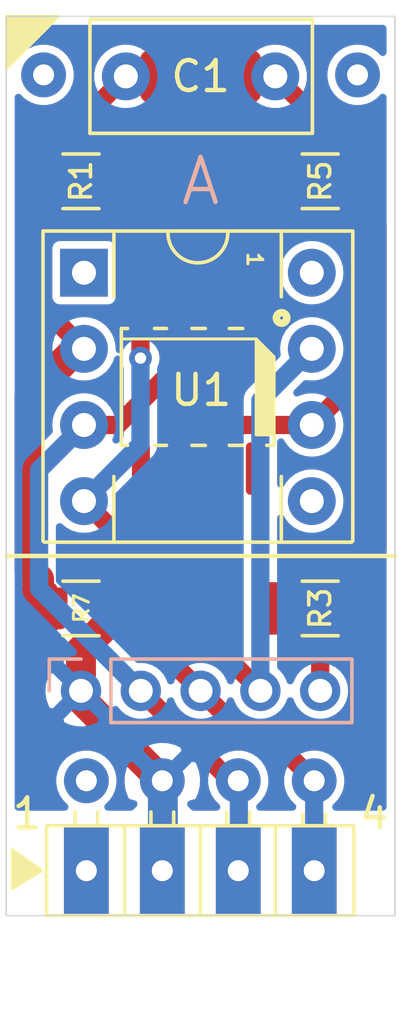
<source format=kicad_pcb>
(kicad_pcb (version 20171130) (host pcbnew "(5.1.2-1)-1")

  (general
    (thickness 0.8)
    (drawings 10)
    (tracks 63)
    (zones 0)
    (modules 10)
    (nets 15)
  )

  (page A4)
  (layers
    (0 F.Cu signal)
    (31 B.Cu signal)
    (32 B.Adhes user hide)
    (33 F.Adhes user hide)
    (36 B.SilkS user)
    (37 F.SilkS user)
    (38 B.Mask user)
    (39 F.Mask user)
    (40 Dwgs.User user)
    (41 Cmts.User user hide)
    (44 Edge.Cuts user)
    (45 Margin user hide)
    (46 B.CrtYd user hide)
    (47 F.CrtYd user)
    (48 B.Fab user hide)
    (49 F.Fab user hide)
  )

  (setup
    (last_trace_width 0.1524)
    (user_trace_width 0.25)
    (user_trace_width 0.28)
    (user_trace_width 0.3)
    (user_trace_width 0.35)
    (user_trace_width 0.4)
    (user_trace_width 0.5)
    (user_trace_width 1)
    (trace_clearance 0.1524)
    (zone_clearance 0.254)
    (zone_45_only no)
    (trace_min 0.1524)
    (via_size 0.508)
    (via_drill 0.254)
    (via_min_size 0.508)
    (via_min_drill 0.254)
    (uvia_size 0.508)
    (uvia_drill 0.254)
    (uvias_allowed no)
    (uvia_min_size 0.2)
    (uvia_min_drill 0.1)
    (edge_width 0.15)
    (segment_width 0.1)
    (pcb_text_width 0.3)
    (pcb_text_size 1.5 1.5)
    (mod_edge_width 0.15)
    (mod_text_size 1 1)
    (mod_text_width 0.15)
    (pad_size 1.5 1.5)
    (pad_drill 0.7)
    (pad_to_mask_clearance 0.051)
    (solder_mask_min_width 0.25)
    (aux_axis_origin 0 0)
    (grid_origin 110 89)
    (visible_elements FFFFFF7F)
    (pcbplotparams
      (layerselection 0x010fc_ffffffff)
      (usegerberextensions false)
      (usegerberattributes false)
      (usegerberadvancedattributes false)
      (creategerberjobfile false)
      (excludeedgelayer true)
      (linewidth 0.100000)
      (plotframeref false)
      (viasonmask false)
      (mode 1)
      (useauxorigin false)
      (hpglpennumber 1)
      (hpglpenspeed 20)
      (hpglpendiameter 15.000000)
      (psnegative false)
      (psa4output false)
      (plotreference true)
      (plotvalue true)
      (plotinvisibletext false)
      (padsonsilk false)
      (subtractmaskfromsilk false)
      (outputformat 1)
      (mirror false)
      (drillshape 1)
      (scaleselection 1)
      (outputdirectory ""))
  )

  (net 0 "")
  (net 1 "Net-(C1-Pad1)")
  (net 2 "Net-(C1-Pad2)")
  (net 3 "Net-(J1-Pad1)")
  (net 4 "Net-(U1-Pad1)")
  (net 5 "Net-(U1-Pad5)")
  (net 6 "Net-(U1-Pad8)")
  (net 7 "Net-(R5-Pad2)")
  (net 8 "Net-(J13-Pad1)")
  (net 9 "Net-(J15-Pad1)")
  (net 10 "Net-(J11-Pad1)")
  (net 11 "Net-(J1-Pad4)")
  (net 12 "Net-(J1-Pad5)")
  (net 13 "Net-(J1-Pad2)")
  (net 14 "Net-(J1-Pad3)")

  (net_class Default "This is the default net class."
    (clearance 0.1524)
    (trace_width 0.1524)
    (via_dia 0.508)
    (via_drill 0.254)
    (uvia_dia 0.508)
    (uvia_drill 0.254)
  )

  (net_class SMD ""
    (clearance 0.1524)
    (trace_width 0.254)
    (via_dia 0.508)
    (via_drill 0.254)
    (uvia_dia 0.508)
    (uvia_drill 0.254)
  )

  (net_class grounds ""
    (clearance 0.254)
    (trace_width 1)
    (via_dia 0.762)
    (via_drill 0.381)
    (uvia_dia 0.762)
    (uvia_drill 0.381)
  )

  (net_class power ""
    (clearance 0.254)
    (trace_width 1)
    (via_dia 0.762)
    (via_drill 0.254)
    (uvia_dia 0.508)
    (uvia_drill 0.254)
  )

  (net_class signal ""
    (clearance 0.2)
    (trace_width 0.6096)
    (via_dia 0.762)
    (via_drill 0.381)
    (uvia_dia 0.762)
    (uvia_drill 0.381)
    (add_net "Net-(C1-Pad1)")
    (add_net "Net-(C1-Pad2)")
    (add_net "Net-(J1-Pad1)")
    (add_net "Net-(J1-Pad2)")
    (add_net "Net-(J1-Pad3)")
    (add_net "Net-(J1-Pad4)")
    (add_net "Net-(J1-Pad5)")
    (add_net "Net-(J11-Pad1)")
    (add_net "Net-(J13-Pad1)")
    (add_net "Net-(J15-Pad1)")
    (add_net "Net-(R5-Pad2)")
    (add_net "Net-(U1-Pad1)")
    (add_net "Net-(U1-Pad5)")
    (add_net "Net-(U1-Pad8)")
  )

  (net_class soic ""
    (clearance 0.1524)
    (trace_width 0.4)
    (via_dia 0.508)
    (via_drill 0.254)
    (uvia_dia 0.508)
    (uvia_drill 0.254)
  )

  (module "Duallys:R_0805(1206)combo" (layer F.Cu) (tedit 5FE133FD) (tstamp 5FDB750B)
    (at 112.5 78.75)
    (descr "Resistor SMD 1206 (3216 Metric), square (rectangular) end terminal, IPC_7351 nominal, (Body size source: http://www.tortai-tech.com/upload/download/2011102023233369053.pdf), generated with kicad-footprint-generator")
    (tags resistor)
    (path /5CA9F7C7)
    (attr smd)
    (fp_text reference R7 (at 0.02 -0.01 270) (layer F.SilkS)
      (effects (font (size 0.5 0.5) (thickness 0.1)))
    )
    (fp_text value 21R5 (at 0 1.82) (layer F.Fab)
      (effects (font (size 1 1) (thickness 0.15)))
    )
    (fp_text user %R (at 0 0) (layer F.Fab)
      (effects (font (size 0.8 0.8) (thickness 0.12)))
    )
    (fp_line (start 2.28 1.12) (end -2.28 1.12) (layer F.CrtYd) (width 0.05))
    (fp_line (start 2.28 -1.12) (end 2.28 1.12) (layer F.CrtYd) (width 0.05))
    (fp_line (start -2.28 -1.12) (end 2.28 -1.12) (layer F.CrtYd) (width 0.05))
    (fp_line (start -2.28 1.12) (end -2.28 -1.12) (layer F.CrtYd) (width 0.05))
    (fp_line (start -0.602064 0.91) (end 0.602064 0.91) (layer F.SilkS) (width 0.12))
    (fp_line (start -0.602064 -0.91) (end 0.602064 -0.91) (layer F.SilkS) (width 0.12))
    (fp_line (start 1.6 0.8) (end -1.6 0.8) (layer F.Fab) (width 0.1))
    (fp_line (start 1.6 -0.8) (end 1.6 0.8) (layer F.Fab) (width 0.1))
    (fp_line (start -1.6 -0.8) (end 1.6 -0.8) (layer F.Fab) (width 0.1))
    (fp_line (start -1.6 0.8) (end -1.6 -0.8) (layer F.Fab) (width 0.1))
    (pad 2 smd roundrect (at 1.025 0) (size 1.15 1.4) (layers F.Cu F.Paste F.Mask) (roundrect_rratio 0.217)
      (net 3 "Net-(J1-Pad1)"))
    (pad 1 smd roundrect (at -1.025 0) (size 1.15 1.4) (layers F.Cu F.Paste F.Mask) (roundrect_rratio 0.217)
      (net 1 "Net-(C1-Pad1)"))
    (pad 2 smd roundrect (at 1.4 0) (size 1.25 1.75) (layers F.Cu F.Paste F.Mask) (roundrect_rratio 0.2)
      (net 3 "Net-(J1-Pad1)"))
    (pad 1 smd roundrect (at -1.4 0) (size 1.25 1.75) (layers F.Cu F.Paste F.Mask) (roundrect_rratio 0.2)
      (net 1 "Net-(C1-Pad1)"))
    (model ${KISYS3DMOD}/Resistor_SMD.3dshapes/R_0805_2012Metric.wrl
      (at (xyz 0 0 0))
      (scale (xyz 1 1 1))
      (rotate (xyz 0 0 0))
    )
  )

  (module Duallys:ThruPin-3325 (layer F.Cu) (tedit 5FDFD43B) (tstamp 5FDC4AAB)
    (at 111.25 60.95)
    (descr "THT pad as test Point, diameter 1.5mm, hole diameter 0.7mm")
    (tags "test point THT pad")
    (path /5FD66688)
    (fp_text reference J13 (at 0 -1.648) (layer F.Fab)
      (effects (font (size 1 1) (thickness 0.15)))
    )
    (fp_text value Supt (at 0 1.75) (layer F.Fab)
      (effects (font (size 1 1) (thickness 0.15)))
    )
    (fp_text user %R (at 0 -1.65) (layer F.Fab)
      (effects (font (size 1 1) (thickness 0.15)))
    )
    (pad 1 thru_hole circle (at 0 0) (size 1.5 1.5) (drill 0.7) (layers *.Cu *.Mask)
      (net 8 "Net-(J13-Pad1)"))
    (model ${KIPRJMOD}/lib/3d/MillMax-3325-0.step
      (at (xyz 0 0 0))
      (scale (xyz 1 1 1))
      (rotate (xyz 0 0 0))
    )
  )

  (module Duallys:Kemet-33nF (layer F.Cu) (tedit 5FDBED7D) (tstamp 5FD6C954)
    (at 114 61)
    (descr "C, Rect series, Radial, pin pitch=5.00mm, , length*width=7.2*5.5mm^2, Capacitor, http://www.wima.com/EN/WIMA_FKS_2.pdf")
    (tags "C Rect series Radial pin pitch 5.00mm  length 7.2mm width 5.5mm Capacitor")
    (path /5D561DDD)
    (fp_text reference C1 (at 2.5 0) (layer F.SilkS)
      (effects (font (size 1 1) (thickness 0.15)))
    )
    (fp_text value 33n (at 2.5 3.6) (layer F.SilkS) hide
      (effects (font (size 1 1) (thickness 0.15)))
    )
    (fp_line (start 6.35 -2) (end -1.3 -2) (layer F.CrtYd) (width 0.05))
    (fp_line (start 6.35 2) (end 6.35 -2) (layer F.CrtYd) (width 0.05))
    (fp_line (start -1.3 2) (end 6.35 2) (layer F.CrtYd) (width 0.05))
    (fp_line (start -1.3 -2) (end -1.3 2) (layer F.CrtYd) (width 0.05))
    (fp_line (start 6.24 -1.9) (end 6.24 1.9) (layer F.SilkS) (width 0.12))
    (fp_line (start -1.2 -1.9) (end -1.2 1.9) (layer F.SilkS) (width 0.12))
    (fp_line (start -1.2 1.9) (end 6.24 1.9) (layer F.SilkS) (width 0.12))
    (fp_line (start -1.2 -1.9) (end 6.24 -1.9) (layer F.SilkS) (width 0.12))
    (fp_line (start 6.1 -1.75) (end -1.1 -1.75) (layer F.Fab) (width 0.1))
    (fp_line (start 6.1 1.75) (end 6.1 -1.75) (layer F.Fab) (width 0.1))
    (fp_line (start -1.1 1.75) (end 6.1 1.75) (layer F.Fab) (width 0.1))
    (fp_line (start -1.1 -1.75) (end -1.1 1.75) (layer F.Fab) (width 0.1))
    (pad 2 smd roundrect (at 3.9 0) (size 1.25 1.75) (layers F.Cu F.Paste F.Mask) (roundrect_rratio 0.25)
      (net 2 "Net-(C1-Pad2)"))
    (pad 1 smd roundrect (at 1.1 0) (size 1.25 1.75) (layers F.Cu F.Paste F.Mask) (roundrect_rratio 0.25)
      (net 1 "Net-(C1-Pad1)"))
    (pad 2 thru_hole circle (at 5 0) (size 1.6 1.6) (drill 0.8) (layers *.Cu *.Mask)
      (net 2 "Net-(C1-Pad2)"))
    (pad 1 thru_hole circle (at 0 0) (size 1.6 1.6) (drill 0.8) (layers *.Cu *.Mask)
      (net 1 "Net-(C1-Pad1)"))
    (model ${KIPRJMOD}/Lib/3D/Kem-PHE-33n.step
      (at (xyz 0 0 0))
      (scale (xyz 1 1 1))
      (rotate (xyz 0 0 0))
    )
  )

  (module Duallys:Combo-4P-Preci-2 (layer F.Cu) (tedit 5FD78565) (tstamp 5FD7F80B)
    (at 112.68 84.5)
    (descr "Through hole angled pin header, 1x04, 2.54mm pitch, 6mm pin length, single row")
    (tags "Through hole angled pin header THT 1x04 2.54mm single row")
    (path /5F616F58)
    (fp_text reference J11 (at 3.86 -1.67) (layer F.SilkS) hide
      (effects (font (size 1 1) (thickness 0.15)))
    )
    (fp_text value Conn_01x04 (at 4.14 8.96) (layer F.Fab)
      (effects (font (size 1 1) (thickness 0.15)))
    )
    (fp_text user %R (at 3.82 5.94) (layer F.Fab)
      (effects (font (size 1 1) (thickness 0.15)))
    )
    (fp_line (start 8.92 8.1) (end 8.92 -0.9) (layer F.CrtYd) (width 0.05))
    (fp_line (start -1.33 8.1) (end 8.92 8.1) (layer F.CrtYd) (width 0.05))
    (fp_line (start -1.33 -0.9) (end -1.33 8.1) (layer F.CrtYd) (width 0.05))
    (fp_line (start 8.92 -0.9) (end -1.33 -0.9) (layer F.CrtYd) (width 0.05))
    (fp_line (start -0.38 1.042929) (end -0.38 1.44) (layer F.SilkS) (width 0.12))
    (fp_line (start 0.38 1.042929) (end 0.38 1.44) (layer F.SilkS) (width 0.12))
    (fp_line (start 1.27 1.5) (end 1.27 4.5) (layer F.SilkS) (width 0.12))
    (fp_line (start 2.16 1.042929) (end 2.16 1.44) (layer F.SilkS) (width 0.12))
    (fp_line (start 2.92 1.042929) (end 2.92 1.44) (layer F.SilkS) (width 0.12))
    (fp_line (start 3.82 1.5) (end 3.82 4.5) (layer F.SilkS) (width 0.12))
    (fp_line (start 4.7 1.042929) (end 4.7 1.44) (layer F.SilkS) (width 0.12))
    (fp_line (start 5.46 1.042929) (end 5.46 1.44) (layer F.SilkS) (width 0.12))
    (fp_line (start 6.32 1.5) (end 6.32 4.5) (layer F.SilkS) (width 0.12))
    (fp_line (start 7.24 1.11) (end 7.24 1.44) (layer F.SilkS) (width 0.12))
    (fp_line (start 8 1.11) (end 8 1.44) (layer F.SilkS) (width 0.12))
    (fp_line (start 8.95 4.5) (end 8.95 1.5) (layer F.SilkS) (width 0.12))
    (fp_line (start -1.33 4.5) (end 8.95 4.5) (layer F.SilkS) (width 0.12))
    (fp_line (start -1.33 1.5) (end -1.33 4.5) (layer F.SilkS) (width 0.12))
    (fp_line (start 8.95 1.5) (end -1.33 1.5) (layer F.SilkS) (width 0.12))
    (fp_line (start -0.32 4.54) (end -0.32 8) (layer F.Fab) (width 0.1))
    (fp_line (start 0.32 8) (end -0.32 8) (layer F.Fab) (width 0.1))
    (fp_line (start 0.32 4.54) (end 0.32 8) (layer F.Fab) (width 0.1))
    (fp_line (start -0.32 0) (end -0.32 1.5) (layer F.Fab) (width 0.1))
    (fp_line (start 0.32 0) (end -0.32 0) (layer F.Fab) (width 0.1))
    (fp_line (start 0.32 0) (end 0.32 1.5) (layer F.Fab) (width 0.1))
    (fp_line (start 2.22 4.54) (end 2.22 8) (layer F.Fab) (width 0.1))
    (fp_line (start 2.86 8) (end 2.22 8) (layer F.Fab) (width 0.1))
    (fp_line (start 2.86 4.54) (end 2.86 8) (layer F.Fab) (width 0.1))
    (fp_line (start 2.22 0) (end 2.22 1.5) (layer F.Fab) (width 0.1))
    (fp_line (start 2.86 0) (end 2.22 0) (layer F.Fab) (width 0.1))
    (fp_line (start 2.86 0) (end 2.86 1.5) (layer F.Fab) (width 0.1))
    (fp_line (start 4.76 4.54) (end 4.76 8) (layer F.Fab) (width 0.1))
    (fp_line (start 5.4 8) (end 4.76 8) (layer F.Fab) (width 0.1))
    (fp_line (start 5.4 4.54) (end 5.4 8) (layer F.Fab) (width 0.1))
    (fp_line (start 4.76 0) (end 4.76 1.5) (layer F.Fab) (width 0.1))
    (fp_line (start 5.4 0) (end 4.76 0) (layer F.Fab) (width 0.1))
    (fp_line (start 5.4 0) (end 5.4 1.5) (layer F.Fab) (width 0.1))
    (fp_line (start 7.3 4.54) (end 7.3 8) (layer F.Fab) (width 0.1))
    (fp_line (start 7.94 8) (end 7.3 8) (layer F.Fab) (width 0.1))
    (fp_line (start 7.94 4.54) (end 7.94 8) (layer F.Fab) (width 0.1))
    (fp_line (start 7.3 0) (end 7.3 1.5) (layer F.Fab) (width 0.1))
    (fp_line (start 7.94 0) (end 7.3 0) (layer F.Fab) (width 0.1))
    (fp_line (start 7.94 0) (end 7.94 1.5) (layer F.Fab) (width 0.1))
    (fp_line (start 8.27 1.55) (end 8.89 2.135) (layer F.Fab) (width 0.1))
    (fp_line (start -1.28 1.55) (end 8.27 1.55) (layer F.Fab) (width 0.1))
    (fp_line (start -1.28 4.5) (end -1.28 1.55) (layer F.Fab) (width 0.1))
    (fp_line (start 8.88 4.5) (end -1.28 4.5) (layer F.Fab) (width 0.1))
    (fp_line (start 8.89 2.135) (end 8.88 4.5) (layer F.Fab) (width 0.1))
    (pad 1 thru_hole rect (at 0 3 270) (size 3 1.5) (drill 0.7) (layers *.Cu *.Mask)
      (net 10 "Net-(J11-Pad1)"))
    (pad 2 thru_hole rect (at 2.54 3 270) (size 3 1.5) (drill 0.7) (layers *.Cu *.Mask)
      (net 3 "Net-(J1-Pad1)"))
    (pad 3 thru_hole rect (at 5.08 3 270) (size 3 1.5) (drill 0.7) (layers *.Cu *.Mask)
      (net 13 "Net-(J1-Pad2)"))
    (pad 4 thru_hole rect (at 7.62 3 270) (size 3 1.5) (drill 0.7) (layers *.Cu *.Mask)
      (net 14 "Net-(J1-Pad3)"))
    (pad 1 thru_hole circle (at 0 0 270) (size 1.5 1.5) (drill 0.7) (layers *.Cu *.Mask)
      (net 10 "Net-(J11-Pad1)"))
    (pad 2 thru_hole circle (at 2.54 0 270) (size 1.5 1.5) (drill 0.7) (layers *.Cu *.Mask)
      (net 3 "Net-(J1-Pad1)"))
    (pad 3 thru_hole circle (at 5.08 0 270) (size 1.5 1.5) (drill 0.7) (layers *.Cu *.Mask)
      (net 13 "Net-(J1-Pad2)"))
    (pad 4 thru_hole circle (at 7.62 0 270) (size 1.5 1.5) (drill 0.7) (layers *.Cu *.Mask)
      (net 14 "Net-(J1-Pad3)"))
    (model ${KIPRJMOD}/lib/3d/preci-dip_399.stp
      (offset (xyz 3.81 -1.55 1.27))
      (scale (xyz 1 1 1))
      (rotate (xyz 0 180 180))
    )
  )

  (module Resistor_SMD:R_1206_3216Metric (layer F.Cu) (tedit 5B301BBD) (tstamp 5FDB74AB)
    (at 112.5 64.5 180)
    (descr "Resistor SMD 1206 (3216 Metric), square (rectangular) end terminal, IPC_7351 nominal, (Body size source: http://www.tortai-tech.com/upload/download/2011102023233369053.pdf), generated with kicad-footprint-generator")
    (tags resistor)
    (path /5D561CE0)
    (attr smd)
    (fp_text reference R1 (at 0 0 90) (layer F.SilkS)
      (effects (font (size 0.7 0.7) (thickness 0.12)))
    )
    (fp_text value 2k26 (at 0 1.82) (layer F.Fab)
      (effects (font (size 1 1) (thickness 0.15)))
    )
    (fp_text user %R (at 0 0) (layer F.Fab)
      (effects (font (size 0.8 0.8) (thickness 0.12)))
    )
    (fp_line (start 2.28 1.12) (end -2.28 1.12) (layer F.CrtYd) (width 0.05))
    (fp_line (start 2.28 -1.12) (end 2.28 1.12) (layer F.CrtYd) (width 0.05))
    (fp_line (start -2.28 -1.12) (end 2.28 -1.12) (layer F.CrtYd) (width 0.05))
    (fp_line (start -2.28 1.12) (end -2.28 -1.12) (layer F.CrtYd) (width 0.05))
    (fp_line (start -0.602064 0.91) (end 0.602064 0.91) (layer F.SilkS) (width 0.12))
    (fp_line (start -0.602064 -0.91) (end 0.602064 -0.91) (layer F.SilkS) (width 0.12))
    (fp_line (start 1.6 0.8) (end -1.6 0.8) (layer F.Fab) (width 0.1))
    (fp_line (start 1.6 -0.8) (end 1.6 0.8) (layer F.Fab) (width 0.1))
    (fp_line (start -1.6 -0.8) (end 1.6 -0.8) (layer F.Fab) (width 0.1))
    (fp_line (start -1.6 0.8) (end -1.6 -0.8) (layer F.Fab) (width 0.1))
    (pad 2 smd roundrect (at 1.4 0 180) (size 1.25 1.75) (layers F.Cu F.Paste F.Mask) (roundrect_rratio 0.2)
      (net 1 "Net-(C1-Pad1)"))
    (pad 1 smd roundrect (at -1.4 0 180) (size 1.25 1.75) (layers F.Cu F.Paste F.Mask) (roundrect_rratio 0.2)
      (net 2 "Net-(C1-Pad2)"))
    (model ${KISYS3DMOD}/Resistor_SMD.3dshapes/R_1206_3216Metric.wrl
      (at (xyz 0 0 0))
      (scale (xyz 1 1 1))
      (rotate (xyz 0 0 0))
    )
  )

  (module Resistor_SMD:R_1206_3216Metric (layer F.Cu) (tedit 5B301BBD) (tstamp 5FDB74CB)
    (at 120.5 78.75)
    (descr "Resistor SMD 1206 (3216 Metric), square (rectangular) end terminal, IPC_7351 nominal, (Body size source: http://www.tortai-tech.com/upload/download/2011102023233369053.pdf), generated with kicad-footprint-generator")
    (tags resistor)
    (path /5D9AC618)
    (attr smd)
    (fp_text reference R3 (at 0 0 270) (layer F.SilkS)
      (effects (font (size 0.7 0.7) (thickness 0.12)))
    )
    (fp_text value 3k (at 0 1.82) (layer F.Fab)
      (effects (font (size 1 1) (thickness 0.15)))
    )
    (fp_text user %R (at 0 0) (layer F.Fab)
      (effects (font (size 0.8 0.8) (thickness 0.12)))
    )
    (fp_line (start 2.28 1.12) (end -2.28 1.12) (layer F.CrtYd) (width 0.05))
    (fp_line (start 2.28 -1.12) (end 2.28 1.12) (layer F.CrtYd) (width 0.05))
    (fp_line (start -2.28 -1.12) (end 2.28 -1.12) (layer F.CrtYd) (width 0.05))
    (fp_line (start -2.28 1.12) (end -2.28 -1.12) (layer F.CrtYd) (width 0.05))
    (fp_line (start -0.602064 0.91) (end 0.602064 0.91) (layer F.SilkS) (width 0.12))
    (fp_line (start -0.602064 -0.91) (end 0.602064 -0.91) (layer F.SilkS) (width 0.12))
    (fp_line (start 1.6 0.8) (end -1.6 0.8) (layer F.Fab) (width 0.1))
    (fp_line (start 1.6 -0.8) (end 1.6 0.8) (layer F.Fab) (width 0.1))
    (fp_line (start -1.6 -0.8) (end 1.6 -0.8) (layer F.Fab) (width 0.1))
    (fp_line (start -1.6 0.8) (end -1.6 -0.8) (layer F.Fab) (width 0.1))
    (pad 2 smd roundrect (at 1.4 0) (size 1.25 1.75) (layers F.Cu F.Paste F.Mask) (roundrect_rratio 0.2)
      (net 2 "Net-(C1-Pad2)"))
    (pad 1 smd roundrect (at -1.4 0) (size 1.25 1.75) (layers F.Cu F.Paste F.Mask) (roundrect_rratio 0.2)
      (net 12 "Net-(J1-Pad5)"))
    (model ${KISYS3DMOD}/Resistor_SMD.3dshapes/R_1206_3216Metric.wrl
      (at (xyz 0 0 0))
      (scale (xyz 1 1 1))
      (rotate (xyz 0 0 0))
    )
  )

  (module Resistor_SMD:R_1206_3216Metric (layer F.Cu) (tedit 5B301BBD) (tstamp 5FDB8172)
    (at 120.5 64.5 180)
    (descr "Resistor SMD 1206 (3216 Metric), square (rectangular) end terminal, IPC_7351 nominal, (Body size source: http://www.tortai-tech.com/upload/download/2011102023233369053.pdf), generated with kicad-footprint-generator")
    (tags resistor)
    (path /64983F7D)
    (attr smd)
    (fp_text reference R5 (at 0 0 90) (layer F.SilkS)
      (effects (font (size 0.7 0.7) (thickness 0.12)))
    )
    (fp_text value 75 (at 0 1.82) (layer F.Fab)
      (effects (font (size 1 1) (thickness 0.15)))
    )
    (fp_text user %R (at 0 0) (layer F.Fab)
      (effects (font (size 0.8 0.8) (thickness 0.12)))
    )
    (fp_line (start 2.28 1.12) (end -2.28 1.12) (layer F.CrtYd) (width 0.05))
    (fp_line (start 2.28 -1.12) (end 2.28 1.12) (layer F.CrtYd) (width 0.05))
    (fp_line (start -2.28 -1.12) (end 2.28 -1.12) (layer F.CrtYd) (width 0.05))
    (fp_line (start -2.28 1.12) (end -2.28 -1.12) (layer F.CrtYd) (width 0.05))
    (fp_line (start -0.602064 0.91) (end 0.602064 0.91) (layer F.SilkS) (width 0.12))
    (fp_line (start -0.602064 -0.91) (end 0.602064 -0.91) (layer F.SilkS) (width 0.12))
    (fp_line (start 1.6 0.8) (end -1.6 0.8) (layer F.Fab) (width 0.1))
    (fp_line (start 1.6 -0.8) (end 1.6 0.8) (layer F.Fab) (width 0.1))
    (fp_line (start -1.6 -0.8) (end 1.6 -0.8) (layer F.Fab) (width 0.1))
    (fp_line (start -1.6 0.8) (end -1.6 -0.8) (layer F.Fab) (width 0.1))
    (pad 2 smd roundrect (at 1.4 0 180) (size 1.25 1.75) (layers F.Cu F.Paste F.Mask) (roundrect_rratio 0.2)
      (net 7 "Net-(R5-Pad2)"))
    (pad 1 smd roundrect (at -1.4 0 180) (size 1.25 1.75) (layers F.Cu F.Paste F.Mask) (roundrect_rratio 0.2)
      (net 2 "Net-(C1-Pad2)"))
    (model ${KISYS3DMOD}/Resistor_SMD.3dshapes/R_1206_3216Metric.wrl
      (at (xyz 0 0 0))
      (scale (xyz 1 1 1))
      (rotate (xyz 0 0 0))
    )
  )

  (module Duallys:DIPSO_Socket_LOMC-Single (layer F.Cu) (tedit 5F85D809) (tstamp 5FDBEFFF)
    (at 112.6 67.55)
    (descr "8-lead though-hole mounted DIP package, row spacing 7.62 mm (300 mils), Socket")
    (tags "THT DIP DIL PDIP 2.54mm 7.62mm 300mil Socket")
    (path /5CA2286C)
    (fp_text reference U1 (at 3.92 3.92) (layer F.SilkS)
      (effects (font (size 1 1) (thickness 0.15)))
    )
    (fp_text value OPA1611 (at 3.81 9.95) (layer F.Fab)
      (effects (font (size 1 1) (thickness 0.15)))
    )
    (fp_line (start 1 -1.3) (end 1 0.8) (layer F.SilkS) (width 0.12))
    (fp_line (start 6.6 -1.3) (end 6.6 0.8) (layer F.SilkS) (width 0.12))
    (fp_line (start 6.6 8.9) (end 6.6 6.8) (layer F.SilkS) (width 0.12))
    (fp_line (start 1 6.8) (end 1 8.9) (layer F.SilkS) (width 0.12))
    (fp_line (start 6.36 5.76) (end 6.11 5.76) (layer F.SilkS) (width 0.12))
    (fp_line (start 6.36 5.41) (end 6.36 5.76) (layer F.SilkS) (width 0.12))
    (fp_poly (pts (xy 5.76 2.21) (xy 6.36 2.81) (xy 6.36 5.41) (xy 5.76 5.41)) (layer F.SilkS) (width 0.1))
    (fp_text user 1 (at 5.71 -0.44 270 unlocked) (layer F.SilkS)
      (effects (font (size 0.5 0.5) (thickness 0.1)))
    )
    (fp_circle (center 6.61 1.51) (end 6.61 1.56) (layer F.SilkS) (width 0.12))
    (fp_line (start 1.26 2.21) (end 5.76 2.21) (layer F.SilkS) (width 0.1))
    (fp_circle (center 6.61 1.51) (end 6.61 1.71) (layer F.SilkS) (width 0.2))
    (fp_line (start 1.25 5.76) (end 1.46 5.76) (layer F.SilkS) (width 0.12))
    (fp_line (start 1.25 1.86) (end 1.46 1.86) (layer F.SilkS) (width 0.12))
    (fp_line (start 2.76 5.76) (end 2.36 5.76) (layer F.SilkS) (width 0.12))
    (fp_line (start 4.06 5.76) (end 3.61 5.76) (layer F.SilkS) (width 0.12))
    (fp_line (start 5.31 5.76) (end 4.86 5.76) (layer F.SilkS) (width 0.12))
    (fp_line (start 2.76 1.86) (end 2.36 1.86) (layer F.SilkS) (width 0.12))
    (fp_line (start 4.06 1.86) (end 3.61 1.86) (layer F.SilkS) (width 0.12))
    (fp_line (start 5.31 1.86) (end 4.86 1.86) (layer F.SilkS) (width 0.12))
    (fp_line (start 1.25 3.81) (end 1.25 1.86) (layer F.SilkS) (width 0.12))
    (fp_line (start 1.25 3.81) (end 1.25 5.76) (layer F.SilkS) (width 0.12))
    (fp_text user %R (at 3.81 3.81) (layer F.Fab)
      (effects (font (size 1 1) (thickness 0.15)))
    )
    (fp_line (start 9.1 -1.5) (end -1.5 -1.5) (layer F.CrtYd) (width 0.05))
    (fp_line (start 9.1 9.1) (end 9.1 -1.5) (layer F.CrtYd) (width 0.05))
    (fp_line (start -1.5 9.1) (end 9.1 9.1) (layer F.CrtYd) (width 0.05))
    (fp_line (start -1.5 -1.5) (end -1.5 9.1) (layer F.CrtYd) (width 0.05))
    (fp_line (start 8.95 -1.39) (end -1.33 -1.39) (layer F.SilkS) (width 0.12))
    (fp_line (start 8.99 8.95) (end 8.99 -1.39) (layer F.SilkS) (width 0.12))
    (fp_line (start -1.33 8.99) (end 8.95 8.99) (layer F.SilkS) (width 0.12))
    (fp_line (start -1.37 -1.39) (end -1.37 8.95) (layer F.SilkS) (width 0.12))
    (fp_line (start 8.89 -1.27) (end -1.27 -1.27) (layer F.Fab) (width 0.1))
    (fp_line (start 8.89 8.89) (end 8.89 -1.27) (layer F.Fab) (width 0.1))
    (fp_line (start -1.27 8.89) (end 8.89 8.89) (layer F.Fab) (width 0.1))
    (fp_line (start -1.27 -1.27) (end -1.27 8.89) (layer F.Fab) (width 0.1))
    (fp_arc (start 3.81 -1.33) (end 2.81 -1.33) (angle -180) (layer F.SilkS) (width 0.12))
    (pad "" smd roundrect (at 5.715 6.535 270) (size 1.75 0.6) (layers F.Cu F.Paste F.Mask) (roundrect_rratio 0.25))
    (pad 7 smd roundrect (at 4.445 6.535 270) (size 1.75 0.6) (layers F.Cu F.Paste F.Mask) (roundrect_rratio 0.25)
      (net 11 "Net-(J1-Pad4)"))
    (pad 6 smd roundrect (at 3.175 6.535 270) (size 1.75 0.6) (layers F.Cu F.Paste F.Mask) (roundrect_rratio 0.25)
      (net 7 "Net-(R5-Pad2)"))
    (pad "" smd roundrect (at 1.905 6.535 270) (size 1.75 0.6) (layers F.Cu F.Paste F.Mask) (roundrect_rratio 0.25))
    (pad 4 smd roundrect (at 1.905 1.085 270) (size 1.75 0.6) (layers F.Cu F.Paste F.Mask) (roundrect_rratio 0.25)
      (net 14 "Net-(J1-Pad3)"))
    (pad 3 smd roundrect (at 3.175 1.085 270) (size 1.75 0.6) (layers F.Cu F.Paste F.Mask) (roundrect_rratio 0.25)
      (net 13 "Net-(J1-Pad2)"))
    (pad 2 smd roundrect (at 4.445 1.085 270) (size 1.75 0.6) (layers F.Cu F.Paste F.Mask) (roundrect_rratio 0.25)
      (net 1 "Net-(C1-Pad1)"))
    (pad "" smd roundrect (at 5.715 1.085 270) (size 1.75 0.6) (layers F.Cu F.Paste F.Mask) (roundrect_rratio 0.25))
    (pad 8 thru_hole oval (at 7.62 0) (size 1.6 1.6) (drill 0.8) (layers *.Cu *.Mask)
      (net 6 "Net-(U1-Pad8)"))
    (pad 4 thru_hole oval (at 0 7.62) (size 1.6 1.6) (drill 0.8) (layers *.Cu *.Mask)
      (net 14 "Net-(J1-Pad3)"))
    (pad 7 thru_hole oval (at 7.62 2.54) (size 1.6 1.6) (drill 0.8) (layers *.Cu *.Mask)
      (net 11 "Net-(J1-Pad4)"))
    (pad 3 thru_hole oval (at 0 5.08) (size 1.6 1.6) (drill 0.8) (layers *.Cu *.Mask)
      (net 13 "Net-(J1-Pad2)"))
    (pad 6 thru_hole oval (at 7.62 5.08) (size 1.6 1.6) (drill 0.8) (layers *.Cu *.Mask)
      (net 7 "Net-(R5-Pad2)"))
    (pad 2 thru_hole oval (at 0 2.54) (size 1.6 1.6) (drill 0.8) (layers *.Cu *.Mask)
      (net 1 "Net-(C1-Pad1)"))
    (pad 5 thru_hole oval (at 7.62 7.62) (size 1.6 1.6) (drill 0.8) (layers *.Cu *.Mask)
      (net 5 "Net-(U1-Pad5)"))
    (pad 1 thru_hole rect (at 0 0) (size 1.6 1.6) (drill 0.8) (layers *.Cu *.Mask)
      (net 4 "Net-(U1-Pad1)"))
    (model ${KISYS3DMOD}/Package_DIP.3dshapes/DIP-8_W7.62mm_Socket.wrl
      (at (xyz 0 0 0))
      (scale (xyz 1 1 1))
      (rotate (xyz 0 0 0))
    )
  )

  (module Duallys:ThruPin-3325 (layer F.Cu) (tedit 5FDFD43B) (tstamp 5FDC4AB0)
    (at 121.75 60.95)
    (descr "THT pad as test Point, diameter 1.5mm, hole diameter 0.7mm")
    (tags "test point THT pad")
    (path /5FD67A9F)
    (fp_text reference J15 (at 0 -1.648) (layer F.Fab)
      (effects (font (size 1 1) (thickness 0.15)))
    )
    (fp_text value Supt (at 0 1.75) (layer F.Fab)
      (effects (font (size 1 1) (thickness 0.15)))
    )
    (fp_text user %R (at 0 -1.65) (layer F.Fab)
      (effects (font (size 1 1) (thickness 0.15)))
    )
    (pad 1 thru_hole circle (at 0 0) (size 1.5 1.5) (drill 0.7) (layers *.Cu *.Mask)
      (net 9 "Net-(J15-Pad1)"))
    (model ${KIPRJMOD}/lib/3d/MillMax-3325-0.step
      (at (xyz 0 0 0))
      (scale (xyz 1 1 1))
      (rotate (xyz 0 0 0))
    )
  )

  (module Duallys:PinHeader_1x05_P2mm_With (layer B.Cu) (tedit 5FDE3665) (tstamp 5FDE52F4)
    (at 112.5 81.5 270)
    (descr "Through hole straight pin header, 1x05, 2.00mm pitch, single row")
    (tags "Through hole pin header THT 1x05 2.00mm single row")
    (path /5FDE7663)
    (fp_text reference J1 (at 0 2.06 270) (layer B.SilkS) hide
      (effects (font (size 1 1) (thickness 0.15)) (justify mirror))
    )
    (fp_text value Conn_01x05 (at 0 -10.06 270) (layer B.Fab)
      (effects (font (size 1 1) (thickness 0.15)) (justify mirror))
    )
    (fp_text user %R (at 0 -4) (layer B.Fab)
      (effects (font (size 1 1) (thickness 0.15)) (justify mirror))
    )
    (fp_line (start 1.5 1.5) (end -1.5 1.5) (layer B.CrtYd) (width 0.05))
    (fp_line (start 1.5 -9.5) (end 1.5 1.5) (layer B.CrtYd) (width 0.05))
    (fp_line (start -1.5 -9.5) (end 1.5 -9.5) (layer B.CrtYd) (width 0.05))
    (fp_line (start -1.5 1.5) (end -1.5 -9.5) (layer B.CrtYd) (width 0.05))
    (fp_line (start -1.06 1.06) (end 0 1.06) (layer B.SilkS) (width 0.12))
    (fp_line (start -1.06 0) (end -1.06 1.06) (layer B.SilkS) (width 0.12))
    (fp_line (start -1.06 -1) (end 1.06 -1) (layer B.SilkS) (width 0.12))
    (fp_line (start 1.06 -1) (end 1.06 -9.06) (layer B.SilkS) (width 0.12))
    (fp_line (start -1.06 -1) (end -1.06 -9.06) (layer B.SilkS) (width 0.12))
    (fp_line (start -1.06 -9.06) (end 1.06 -9.06) (layer B.SilkS) (width 0.12))
    (fp_line (start -1 0.5) (end -0.5 1) (layer B.Fab) (width 0.1))
    (fp_line (start -1 -9) (end -1 0.5) (layer B.Fab) (width 0.1))
    (fp_line (start 1 -9) (end -1 -9) (layer B.Fab) (width 0.1))
    (fp_line (start 1 1) (end 1 -9) (layer B.Fab) (width 0.1))
    (fp_line (start -0.5 1) (end 1 1) (layer B.Fab) (width 0.1))
    (pad 5 thru_hole oval (at 0 -8 270) (size 1.35 1.35) (drill 0.8) (layers *.Cu *.Mask)
      (net 12 "Net-(J1-Pad5)"))
    (pad 4 thru_hole oval (at 0 -6 270) (size 1.35 1.35) (drill 0.8) (layers *.Cu *.Mask)
      (net 11 "Net-(J1-Pad4)"))
    (pad 3 thru_hole oval (at 0 -4 270) (size 1.35 1.35) (drill 0.8) (layers *.Cu *.Mask)
      (net 14 "Net-(J1-Pad3)"))
    (pad 2 thru_hole oval (at 0 -2 270) (size 1.35 1.35) (drill 0.8) (layers *.Cu *.Mask)
      (net 13 "Net-(J1-Pad2)"))
    (pad 1 thru_hole circle (at 0 0 270) (size 1.35 1.35) (drill 0.8) (layers *.Cu *.Mask)
      (net 3 "Net-(J1-Pad1)"))
    (model ${KIPRJMOD}/lib/3d/tmm-105-03-l-s.stp
      (offset (xyz 0 1 0))
      (scale (xyz 1 1 1))
      (rotate (xyz 90 180 -90))
    )
  )

  (gr_poly (pts (xy 110 60.75) (xy 111.75 59) (xy 110 59)) (layer F.SilkS) (width 0.1))
  (gr_text A (at 116.5 64.5) (layer B.SilkS)
    (effects (font (size 1.5 1.5) (thickness 0.15)) (justify mirror))
  )
  (gr_poly (pts (xy 111.2 87.5) (xy 110.2 86.8) (xy 110.2 88.1)) (layer F.SilkS) (width 0.1))
  (gr_text 4 (at 122.3 85.6) (layer F.SilkS) (tstamp 5FD78142)
    (effects (font (size 1 1) (thickness 0.15)))
  )
  (gr_text 1 (at 110.7 85.6) (layer F.SilkS)
    (effects (font (size 1 1) (thickness 0.15)))
  )
  (gr_line (start 110 77) (end 123 77) (layer F.SilkS) (width 0.15))
  (gr_line (start 123 89) (end 110 89) (layer Edge.Cuts) (width 0.05) (tstamp 5F6292F4))
  (gr_line (start 123 59) (end 123 89) (layer Edge.Cuts) (width 0.05))
  (gr_line (start 110 59) (end 123 59) (layer Edge.Cuts) (width 0.05))
  (gr_line (start 110 59) (end 110 89) (layer Edge.Cuts) (width 0.05) (tstamp 5F61711C))

  (segment (start 110.77501 71.66499) (end 112.6 69.84) (width 1) (layer F.Cu) (net 1))
  (segment (start 111.1 68.59) (end 112.6 70.09) (width 0.6096) (layer F.Cu) (net 1))
  (segment (start 110.77501 77.45001) (end 110.77501 71.66499) (width 1) (layer F.Cu) (net 1))
  (segment (start 111.1 77.775) (end 110.77501 77.45001) (width 1) (layer F.Cu) (net 1))
  (segment (start 111.1 78.75) (end 111.1 77.775) (width 1) (layer F.Cu) (net 1))
  (segment (start 111.1 63.9) (end 114 61) (width 0.6096) (layer F.Cu) (net 1))
  (segment (start 111.1 64.5) (end 111.1 63.9) (width 0.6096) (layer F.Cu) (net 1))
  (segment (start 111.1 68.59) (end 111.1 64.5) (width 0.6096) (layer F.Cu) (net 1))
  (segment (start 111.1 64.5) (end 112.6 66) (width 0.6096) (layer F.Cu) (net 1))
  (segment (start 115.385 66) (end 117.045 67.66) (width 0.6096) (layer F.Cu) (net 1))
  (segment (start 117.045 67.66) (end 117.045 68.635) (width 0.6096) (layer F.Cu) (net 1))
  (segment (start 112.6 66) (end 115.385 66) (width 0.6096) (layer F.Cu) (net 1))
  (segment (start 114 61) (end 115.1 61) (width 0.6096) (layer F.Cu) (net 1))
  (segment (start 121.9 77.275) (end 121.9 78.25) (width 0.6096) (layer F.Cu) (net 2))
  (segment (start 121.9 63.9) (end 119 61) (width 0.6096) (layer F.Cu) (net 2))
  (segment (start 121.9 64.5) (end 121.9 63.9) (width 0.6096) (layer F.Cu) (net 2))
  (segment (start 117.4 61) (end 113.9 64.5) (width 0.6096) (layer F.Cu) (net 2))
  (segment (start 117.9 61) (end 117.4 61) (width 0.6096) (layer F.Cu) (net 2))
  (segment (start 121.9 65.475) (end 122.42019 65.99519) (width 0.6096) (layer F.Cu) (net 2))
  (segment (start 121.9 64.5) (end 121.9 65.475) (width 0.6096) (layer F.Cu) (net 2))
  (segment (start 122.42019 76.75481) (end 121.9 77.275) (width 0.6096) (layer F.Cu) (net 2))
  (segment (start 122.42019 65.99519) (end 122.42019 76.75481) (width 0.6096) (layer F.Cu) (net 2))
  (segment (start 119 61) (end 117.9 61) (width 0.6096) (layer F.Cu) (net 2))
  (segment (start 115.24 87.5) (end 115.24 84.5) (width 1) (layer B.Cu) (net 3))
  (segment (start 112.5 80.15) (end 113.9 78.75) (width 1) (layer F.Cu) (net 3))
  (segment (start 112.5 81.5) (end 112.5 80.15) (width 1) (layer F.Cu) (net 3))
  (segment (start 112.5 81.78) (end 115.22 84.5) (width 1) (layer F.Cu) (net 3))
  (segment (start 112.5 81.5) (end 112.5 81.78) (width 1) (layer F.Cu) (net 3))
  (segment (start 115.775 73.11) (end 115.775 74.085) (width 0.6096) (layer F.Cu) (net 7))
  (segment (start 116.255 72.63) (end 115.775 73.11) (width 0.6096) (layer F.Cu) (net 7))
  (segment (start 120.22 72.63) (end 116.255 72.63) (width 0.6096) (layer F.Cu) (net 7))
  (segment (start 121.61058 71.23942) (end 120.22 72.63) (width 0.6096) (layer F.Cu) (net 7))
  (segment (start 121.61058 67.01058) (end 119.1 64.5) (width 0.6096) (layer F.Cu) (net 7))
  (segment (start 121.61058 71.23942) (end 121.61058 67.01058) (width 0.6096) (layer F.Cu) (net 7))
  (segment (start 117.045 80.045) (end 117.045 74.085) (width 0.6096) (layer F.Cu) (net 11))
  (segment (start 118.5 81.5) (end 117.045 80.045) (width 0.6096) (layer F.Cu) (net 11))
  (segment (start 118.5 71.81) (end 120.22 70.09) (width 0.6096) (layer B.Cu) (net 11))
  (segment (start 118.5 81.5) (end 118.5 71.81) (width 0.6096) (layer B.Cu) (net 11))
  (segment (start 119 78.35) (end 119.1 78.25) (width 0.6096) (layer F.Cu) (net 12))
  (segment (start 120.5 80.15) (end 119.1 78.75) (width 0.6096) (layer F.Cu) (net 12))
  (segment (start 120.5 81.5) (end 120.5 80.15) (width 0.6096) (layer F.Cu) (net 12))
  (segment (start 115.775 69.61) (end 115.775 68.635) (width 0.6096) (layer F.Cu) (net 13))
  (segment (start 115.775 70.58637) (end 115.775 69.61) (width 0.6096) (layer F.Cu) (net 13))
  (segment (start 113.73137 72.63) (end 115.775 70.58637) (width 0.6096) (layer F.Cu) (net 13))
  (segment (start 112.6 72.63) (end 113.73137 72.63) (width 0.6096) (layer F.Cu) (net 13))
  (segment (start 117.78 87.5) (end 117.78 84.5) (width 0.6096) (layer B.Cu) (net 13))
  (segment (start 114.5 81.5) (end 111.1 78.1) (width 0.6096) (layer B.Cu) (net 13))
  (segment (start 111.1 74.13) (end 112.6 72.63) (width 0.6096) (layer B.Cu) (net 13))
  (segment (start 111.1 78.1) (end 111.1 74.13) (width 0.6096) (layer B.Cu) (net 13))
  (segment (start 117.5 84.5) (end 114.5 81.5) (width 0.6096) (layer F.Cu) (net 13))
  (segment (start 117.76 84.5) (end 117.5 84.5) (width 0.6096) (layer F.Cu) (net 13))
  (segment (start 120.3 87.5) (end 120.3 84.5) (width 0.6096) (layer B.Cu) (net 14))
  (via (at 114.49 70.4) (size 0.762) (drill 0.381) (layers F.Cu B.Cu) (net 14))
  (segment (start 114.49 73.28) (end 114.49 70.4) (width 0.6096) (layer B.Cu) (net 14))
  (segment (start 112.6 75.17) (end 114.49 73.28) (width 0.6096) (layer B.Cu) (net 14))
  (segment (start 114.49 68.65) (end 114.505 68.635) (width 0.6096) (layer F.Cu) (net 14))
  (segment (start 114.49 70.4) (end 114.49 68.65) (width 0.6096) (layer F.Cu) (net 14))
  (segment (start 118.1 83.1) (end 116.5 81.5) (width 0.6096) (layer F.Cu) (net 14))
  (segment (start 115.8 78.37) (end 112.6 75.17) (width 0.6096) (layer F.Cu) (net 14))
  (segment (start 116.5 81.5) (end 115.8 80.8) (width 0.6096) (layer F.Cu) (net 14))
  (segment (start 115.8 80.8) (end 115.8 78.37) (width 0.6096) (layer F.Cu) (net 14))
  (segment (start 118.9 83.1) (end 120.3 84.5) (width 0.6096) (layer F.Cu) (net 14))
  (segment (start 118.1 83.1) (end 118.9 83.1) (width 0.6096) (layer F.Cu) (net 14))

  (zone (net 3) (net_name "Net-(J1-Pad1)") (layer B.Cu) (tstamp 0) (hatch edge 0.508)
    (connect_pads (clearance 0.254))
    (min_thickness 0.254)
    (fill yes (arc_segments 32) (thermal_gap 0.508) (thermal_bridge_width 0.508))
    (polygon
      (pts
        (xy 110 59) (xy 110 85.5) (xy 123 85.5) (xy 123 59)
      )
    )
    (filled_polygon
      (pts
        (xy 122.594 60.194525) (xy 122.47097 60.071495) (xy 122.285729 59.947721) (xy 122.0799 59.862464) (xy 121.861394 59.819)
        (xy 121.638606 59.819) (xy 121.4201 59.862464) (xy 121.214271 59.947721) (xy 121.02903 60.071495) (xy 120.871495 60.22903)
        (xy 120.747721 60.414271) (xy 120.662464 60.6201) (xy 120.619 60.838606) (xy 120.619 61.061394) (xy 120.662464 61.2799)
        (xy 120.747721 61.485729) (xy 120.871495 61.67097) (xy 121.02903 61.828505) (xy 121.214271 61.952279) (xy 121.4201 62.037536)
        (xy 121.638606 62.081) (xy 121.861394 62.081) (xy 122.0799 62.037536) (xy 122.285729 61.952279) (xy 122.47097 61.828505)
        (xy 122.594 61.705475) (xy 122.594001 85.373) (xy 121.026475 85.373) (xy 121.178505 85.22097) (xy 121.302279 85.035729)
        (xy 121.387536 84.8299) (xy 121.431 84.611394) (xy 121.431 84.388606) (xy 121.387536 84.1701) (xy 121.302279 83.964271)
        (xy 121.178505 83.77903) (xy 121.02097 83.621495) (xy 120.835729 83.497721) (xy 120.6299 83.412464) (xy 120.411394 83.369)
        (xy 120.188606 83.369) (xy 119.9701 83.412464) (xy 119.764271 83.497721) (xy 119.57903 83.621495) (xy 119.421495 83.77903)
        (xy 119.297721 83.964271) (xy 119.212464 84.1701) (xy 119.169 84.388606) (xy 119.169 84.611394) (xy 119.212464 84.8299)
        (xy 119.297721 85.035729) (xy 119.421495 85.22097) (xy 119.573525 85.373) (xy 118.486475 85.373) (xy 118.638505 85.22097)
        (xy 118.762279 85.035729) (xy 118.847536 84.8299) (xy 118.891 84.611394) (xy 118.891 84.388606) (xy 118.847536 84.1701)
        (xy 118.762279 83.964271) (xy 118.638505 83.77903) (xy 118.48097 83.621495) (xy 118.295729 83.497721) (xy 118.0899 83.412464)
        (xy 117.871394 83.369) (xy 117.648606 83.369) (xy 117.4301 83.412464) (xy 117.224271 83.497721) (xy 117.03903 83.621495)
        (xy 116.881495 83.77903) (xy 116.757721 83.964271) (xy 116.672464 84.1701) (xy 116.629 84.388606) (xy 116.629 84.611394)
        (xy 116.672464 84.8299) (xy 116.757721 85.035729) (xy 116.881495 85.22097) (xy 117.033525 85.373) (xy 116.272608 85.373)
        (xy 116.176995 85.277387) (xy 116.41586 85.211863) (xy 116.53176 84.964884) (xy 116.59725 84.70004) (xy 116.609812 84.427508)
        (xy 116.568965 84.157762) (xy 116.476277 83.901168) (xy 116.41586 83.788137) (xy 116.176993 83.722612) (xy 115.399605 84.5)
        (xy 115.413748 84.514143) (xy 115.234143 84.693748) (xy 115.22 84.679605) (xy 115.205858 84.693748) (xy 115.026253 84.514143)
        (xy 115.040395 84.5) (xy 114.263007 83.722612) (xy 114.02414 83.788137) (xy 113.90824 84.035116) (xy 113.84275 84.29996)
        (xy 113.830188 84.572492) (xy 113.871035 84.842238) (xy 113.963723 85.098832) (xy 114.02414 85.211863) (xy 114.263005 85.277387)
        (xy 114.167392 85.373) (xy 113.406475 85.373) (xy 113.558505 85.22097) (xy 113.682279 85.035729) (xy 113.767536 84.8299)
        (xy 113.811 84.611394) (xy 113.811 84.388606) (xy 113.767536 84.1701) (xy 113.682279 83.964271) (xy 113.558505 83.77903)
        (xy 113.40097 83.621495) (xy 113.283505 83.543007) (xy 114.442612 83.543007) (xy 115.22 84.320395) (xy 115.997388 83.543007)
        (xy 115.931863 83.30414) (xy 115.684884 83.18824) (xy 115.42004 83.12275) (xy 115.147508 83.110188) (xy 114.877762 83.151035)
        (xy 114.621168 83.243723) (xy 114.508137 83.30414) (xy 114.442612 83.543007) (xy 113.283505 83.543007) (xy 113.215729 83.497721)
        (xy 113.0099 83.412464) (xy 112.791394 83.369) (xy 112.568606 83.369) (xy 112.3501 83.412464) (xy 112.144271 83.497721)
        (xy 111.95903 83.621495) (xy 111.801495 83.77903) (xy 111.677721 83.964271) (xy 111.592464 84.1701) (xy 111.549 84.388606)
        (xy 111.549 84.611394) (xy 111.592464 84.8299) (xy 111.677721 85.035729) (xy 111.801495 85.22097) (xy 111.953525 85.373)
        (xy 110.406 85.373) (xy 110.406 82.4034) (xy 111.776205 82.4034) (xy 111.83263 82.634621) (xy 112.066808 82.743017)
        (xy 112.317633 82.803645) (xy 112.575465 82.814174) (xy 112.830398 82.7742) (xy 113.072633 82.685259) (xy 113.16737 82.634621)
        (xy 113.223795 82.4034) (xy 112.5 81.679605) (xy 111.776205 82.4034) (xy 110.406 82.4034) (xy 110.406 81.575465)
        (xy 111.185826 81.575465) (xy 111.2258 81.830398) (xy 111.314741 82.072633) (xy 111.365379 82.16737) (xy 111.5966 82.223795)
        (xy 112.320395 81.5) (xy 111.5966 80.776205) (xy 111.365379 80.83263) (xy 111.256983 81.066808) (xy 111.196355 81.317633)
        (xy 111.185826 81.575465) (xy 110.406 81.575465) (xy 110.406 74.13) (xy 110.410883 74.13) (xy 110.414201 74.163689)
        (xy 110.4142 78.066321) (xy 110.410883 78.1) (xy 110.4142 78.133679) (xy 110.4142 78.133688) (xy 110.424123 78.234439)
        (xy 110.463338 78.363713) (xy 110.527019 78.482852) (xy 110.61272 78.587279) (xy 110.638887 78.608754) (xy 112.244231 80.214098)
        (xy 112.169602 80.2258) (xy 111.927367 80.314741) (xy 111.83263 80.365379) (xy 111.776205 80.5966) (xy 112.5 81.320395)
        (xy 112.514143 81.306253) (xy 112.693748 81.485858) (xy 112.679605 81.5) (xy 113.4034 82.223795) (xy 113.634621 82.16737)
        (xy 113.651566 82.130762) (xy 113.749683 82.250317) (xy 113.910479 82.38228) (xy 114.093931 82.480337) (xy 114.292988 82.54072)
        (xy 114.448128 82.556) (xy 114.551872 82.556) (xy 114.707012 82.54072) (xy 114.906069 82.480337) (xy 115.089521 82.38228)
        (xy 115.250317 82.250317) (xy 115.38228 82.089521) (xy 115.480337 81.906069) (xy 115.5 81.841248) (xy 115.519663 81.906069)
        (xy 115.61772 82.089521) (xy 115.749683 82.250317) (xy 115.910479 82.38228) (xy 116.093931 82.480337) (xy 116.292988 82.54072)
        (xy 116.448128 82.556) (xy 116.551872 82.556) (xy 116.707012 82.54072) (xy 116.906069 82.480337) (xy 117.089521 82.38228)
        (xy 117.250317 82.250317) (xy 117.38228 82.089521) (xy 117.480337 81.906069) (xy 117.5 81.841248) (xy 117.519663 81.906069)
        (xy 117.61772 82.089521) (xy 117.749683 82.250317) (xy 117.910479 82.38228) (xy 118.093931 82.480337) (xy 118.292988 82.54072)
        (xy 118.448128 82.556) (xy 118.551872 82.556) (xy 118.707012 82.54072) (xy 118.906069 82.480337) (xy 119.089521 82.38228)
        (xy 119.250317 82.250317) (xy 119.38228 82.089521) (xy 119.480337 81.906069) (xy 119.5 81.841248) (xy 119.519663 81.906069)
        (xy 119.61772 82.089521) (xy 119.749683 82.250317) (xy 119.910479 82.38228) (xy 120.093931 82.480337) (xy 120.292988 82.54072)
        (xy 120.448128 82.556) (xy 120.551872 82.556) (xy 120.707012 82.54072) (xy 120.906069 82.480337) (xy 121.089521 82.38228)
        (xy 121.250317 82.250317) (xy 121.38228 82.089521) (xy 121.480337 81.906069) (xy 121.54072 81.707012) (xy 121.561109 81.5)
        (xy 121.54072 81.292988) (xy 121.480337 81.093931) (xy 121.38228 80.910479) (xy 121.250317 80.749683) (xy 121.089521 80.61772)
        (xy 120.906069 80.519663) (xy 120.707012 80.45928) (xy 120.551872 80.444) (xy 120.448128 80.444) (xy 120.292988 80.45928)
        (xy 120.093931 80.519663) (xy 119.910479 80.61772) (xy 119.749683 80.749683) (xy 119.61772 80.910479) (xy 119.519663 81.093931)
        (xy 119.5 81.158752) (xy 119.480337 81.093931) (xy 119.38228 80.910479) (xy 119.250317 80.749683) (xy 119.1858 80.696735)
        (xy 119.1858 75.740469) (xy 119.233283 75.829303) (xy 119.380866 76.009134) (xy 119.560697 76.156717) (xy 119.765864 76.266381)
        (xy 119.988484 76.333912) (xy 120.161984 76.351) (xy 120.278016 76.351) (xy 120.451516 76.333912) (xy 120.674136 76.266381)
        (xy 120.879303 76.156717) (xy 121.059134 76.009134) (xy 121.206717 75.829303) (xy 121.316381 75.624136) (xy 121.383912 75.401516)
        (xy 121.406714 75.17) (xy 121.383912 74.938484) (xy 121.316381 74.715864) (xy 121.206717 74.510697) (xy 121.059134 74.330866)
        (xy 120.879303 74.183283) (xy 120.674136 74.073619) (xy 120.451516 74.006088) (xy 120.278016 73.989) (xy 120.161984 73.989)
        (xy 119.988484 74.006088) (xy 119.765864 74.073619) (xy 119.560697 74.183283) (xy 119.380866 74.330866) (xy 119.233283 74.510697)
        (xy 119.1858 74.599531) (xy 119.1858 73.200469) (xy 119.233283 73.289303) (xy 119.380866 73.469134) (xy 119.560697 73.616717)
        (xy 119.765864 73.726381) (xy 119.988484 73.793912) (xy 120.161984 73.811) (xy 120.278016 73.811) (xy 120.451516 73.793912)
        (xy 120.674136 73.726381) (xy 120.879303 73.616717) (xy 121.059134 73.469134) (xy 121.206717 73.289303) (xy 121.316381 73.084136)
        (xy 121.383912 72.861516) (xy 121.406714 72.63) (xy 121.383912 72.398484) (xy 121.316381 72.175864) (xy 121.206717 71.970697)
        (xy 121.059134 71.790866) (xy 120.879303 71.643283) (xy 120.674136 71.533619) (xy 120.451516 71.466088) (xy 120.278016 71.449)
        (xy 120.161984 71.449) (xy 119.988484 71.466088) (xy 119.765864 71.533619) (xy 119.723724 71.556143) (xy 120.022596 71.257272)
        (xy 120.161984 71.271) (xy 120.278016 71.271) (xy 120.451516 71.253912) (xy 120.674136 71.186381) (xy 120.879303 71.076717)
        (xy 121.059134 70.929134) (xy 121.206717 70.749303) (xy 121.316381 70.544136) (xy 121.383912 70.321516) (xy 121.406714 70.09)
        (xy 121.383912 69.858484) (xy 121.316381 69.635864) (xy 121.206717 69.430697) (xy 121.059134 69.250866) (xy 120.879303 69.103283)
        (xy 120.674136 68.993619) (xy 120.451516 68.926088) (xy 120.278016 68.909) (xy 120.161984 68.909) (xy 119.988484 68.926088)
        (xy 119.765864 68.993619) (xy 119.560697 69.103283) (xy 119.380866 69.250866) (xy 119.233283 69.430697) (xy 119.123619 69.635864)
        (xy 119.056088 69.858484) (xy 119.033286 70.09) (xy 119.052728 70.287404) (xy 118.038886 71.301247) (xy 118.012721 71.32272)
        (xy 117.991248 71.348885) (xy 117.991245 71.348888) (xy 117.92702 71.427147) (xy 117.863339 71.546286) (xy 117.824124 71.67556)
        (xy 117.810883 71.81) (xy 117.814201 71.843689) (xy 117.8142 80.696735) (xy 117.749683 80.749683) (xy 117.61772 80.910479)
        (xy 117.519663 81.093931) (xy 117.5 81.158752) (xy 117.480337 81.093931) (xy 117.38228 80.910479) (xy 117.250317 80.749683)
        (xy 117.089521 80.61772) (xy 116.906069 80.519663) (xy 116.707012 80.45928) (xy 116.551872 80.444) (xy 116.448128 80.444)
        (xy 116.292988 80.45928) (xy 116.093931 80.519663) (xy 115.910479 80.61772) (xy 115.749683 80.749683) (xy 115.61772 80.910479)
        (xy 115.519663 81.093931) (xy 115.5 81.158752) (xy 115.480337 81.093931) (xy 115.38228 80.910479) (xy 115.250317 80.749683)
        (xy 115.089521 80.61772) (xy 114.906069 80.519663) (xy 114.707012 80.45928) (xy 114.551872 80.444) (xy 114.448128 80.444)
        (xy 114.41694 80.447072) (xy 111.7858 77.815933) (xy 111.7858 76.029597) (xy 111.940697 76.156717) (xy 112.145864 76.266381)
        (xy 112.368484 76.333912) (xy 112.541984 76.351) (xy 112.658016 76.351) (xy 112.831516 76.333912) (xy 113.054136 76.266381)
        (xy 113.259303 76.156717) (xy 113.439134 76.009134) (xy 113.586717 75.829303) (xy 113.696381 75.624136) (xy 113.763912 75.401516)
        (xy 113.786714 75.17) (xy 113.767272 74.972595) (xy 114.951114 73.788753) (xy 114.977279 73.76728) (xy 115.062981 73.662853)
        (xy 115.126662 73.543714) (xy 115.165877 73.41444) (xy 115.1758 73.313689) (xy 115.1758 73.313686) (xy 115.179118 73.28)
        (xy 115.1758 73.246314) (xy 115.1758 70.735535) (xy 115.222717 70.622267) (xy 115.252 70.47505) (xy 115.252 70.32495)
        (xy 115.222717 70.177733) (xy 115.165276 70.039058) (xy 115.081884 69.914253) (xy 114.975747 69.808116) (xy 114.850942 69.724724)
        (xy 114.712267 69.667283) (xy 114.56505 69.638) (xy 114.41495 69.638) (xy 114.267733 69.667283) (xy 114.129058 69.724724)
        (xy 114.004253 69.808116) (xy 113.898116 69.914253) (xy 113.814724 70.039058) (xy 113.784559 70.111884) (xy 113.786714 70.09)
        (xy 113.763912 69.858484) (xy 113.696381 69.635864) (xy 113.586717 69.430697) (xy 113.439134 69.250866) (xy 113.259303 69.103283)
        (xy 113.054136 68.993619) (xy 112.831516 68.926088) (xy 112.658016 68.909) (xy 112.541984 68.909) (xy 112.368484 68.926088)
        (xy 112.145864 68.993619) (xy 111.940697 69.103283) (xy 111.760866 69.250866) (xy 111.613283 69.430697) (xy 111.503619 69.635864)
        (xy 111.436088 69.858484) (xy 111.413286 70.09) (xy 111.436088 70.321516) (xy 111.503619 70.544136) (xy 111.613283 70.749303)
        (xy 111.760866 70.929134) (xy 111.940697 71.076717) (xy 112.145864 71.186381) (xy 112.368484 71.253912) (xy 112.541984 71.271)
        (xy 112.658016 71.271) (xy 112.831516 71.253912) (xy 113.054136 71.186381) (xy 113.259303 71.076717) (xy 113.439134 70.929134)
        (xy 113.586717 70.749303) (xy 113.696381 70.544136) (xy 113.728 70.439902) (xy 113.728 70.47505) (xy 113.757283 70.622267)
        (xy 113.804201 70.735537) (xy 113.8042 72.995933) (xy 113.673856 73.126277) (xy 113.696381 73.084136) (xy 113.763912 72.861516)
        (xy 113.786714 72.63) (xy 113.763912 72.398484) (xy 113.696381 72.175864) (xy 113.586717 71.970697) (xy 113.439134 71.790866)
        (xy 113.259303 71.643283) (xy 113.054136 71.533619) (xy 112.831516 71.466088) (xy 112.658016 71.449) (xy 112.541984 71.449)
        (xy 112.368484 71.466088) (xy 112.145864 71.533619) (xy 111.940697 71.643283) (xy 111.760866 71.790866) (xy 111.613283 71.970697)
        (xy 111.503619 72.175864) (xy 111.436088 72.398484) (xy 111.413286 72.63) (xy 111.432728 72.827404) (xy 110.638886 73.621247)
        (xy 110.612721 73.64272) (xy 110.591248 73.668885) (xy 110.591245 73.668888) (xy 110.52702 73.747147) (xy 110.463339 73.866286)
        (xy 110.424124 73.99556) (xy 110.410883 74.13) (xy 110.406 74.13) (xy 110.406 66.75) (xy 111.417157 66.75)
        (xy 111.417157 68.35) (xy 111.424513 68.424689) (xy 111.446299 68.496508) (xy 111.481678 68.562696) (xy 111.529289 68.620711)
        (xy 111.587304 68.668322) (xy 111.653492 68.703701) (xy 111.725311 68.725487) (xy 111.8 68.732843) (xy 113.4 68.732843)
        (xy 113.474689 68.725487) (xy 113.546508 68.703701) (xy 113.612696 68.668322) (xy 113.670711 68.620711) (xy 113.718322 68.562696)
        (xy 113.753701 68.496508) (xy 113.775487 68.424689) (xy 113.782843 68.35) (xy 113.782843 67.55) (xy 119.033286 67.55)
        (xy 119.056088 67.781516) (xy 119.123619 68.004136) (xy 119.233283 68.209303) (xy 119.380866 68.389134) (xy 119.560697 68.536717)
        (xy 119.765864 68.646381) (xy 119.988484 68.713912) (xy 120.161984 68.731) (xy 120.278016 68.731) (xy 120.451516 68.713912)
        (xy 120.674136 68.646381) (xy 120.879303 68.536717) (xy 121.059134 68.389134) (xy 121.206717 68.209303) (xy 121.316381 68.004136)
        (xy 121.383912 67.781516) (xy 121.406714 67.55) (xy 121.383912 67.318484) (xy 121.316381 67.095864) (xy 121.206717 66.890697)
        (xy 121.059134 66.710866) (xy 120.879303 66.563283) (xy 120.674136 66.453619) (xy 120.451516 66.386088) (xy 120.278016 66.369)
        (xy 120.161984 66.369) (xy 119.988484 66.386088) (xy 119.765864 66.453619) (xy 119.560697 66.563283) (xy 119.380866 66.710866)
        (xy 119.233283 66.890697) (xy 119.123619 67.095864) (xy 119.056088 67.318484) (xy 119.033286 67.55) (xy 113.782843 67.55)
        (xy 113.782843 66.75) (xy 113.775487 66.675311) (xy 113.753701 66.603492) (xy 113.718322 66.537304) (xy 113.670711 66.479289)
        (xy 113.612696 66.431678) (xy 113.546508 66.396299) (xy 113.474689 66.374513) (xy 113.4 66.367157) (xy 111.8 66.367157)
        (xy 111.725311 66.374513) (xy 111.653492 66.396299) (xy 111.587304 66.431678) (xy 111.529289 66.479289) (xy 111.481678 66.537304)
        (xy 111.446299 66.603492) (xy 111.424513 66.675311) (xy 111.417157 66.75) (xy 110.406 66.75) (xy 110.406 61.705475)
        (xy 110.52903 61.828505) (xy 110.714271 61.952279) (xy 110.9201 62.037536) (xy 111.138606 62.081) (xy 111.361394 62.081)
        (xy 111.5799 62.037536) (xy 111.785729 61.952279) (xy 111.97097 61.828505) (xy 112.128505 61.67097) (xy 112.252279 61.485729)
        (xy 112.337536 61.2799) (xy 112.381 61.061394) (xy 112.381 60.883682) (xy 112.819 60.883682) (xy 112.819 61.116318)
        (xy 112.864386 61.344485) (xy 112.953412 61.559413) (xy 113.082658 61.752843) (xy 113.247157 61.917342) (xy 113.440587 62.046588)
        (xy 113.655515 62.135614) (xy 113.883682 62.181) (xy 114.116318 62.181) (xy 114.344485 62.135614) (xy 114.559413 62.046588)
        (xy 114.752843 61.917342) (xy 114.917342 61.752843) (xy 115.046588 61.559413) (xy 115.135614 61.344485) (xy 115.181 61.116318)
        (xy 115.181 60.883682) (xy 117.819 60.883682) (xy 117.819 61.116318) (xy 117.864386 61.344485) (xy 117.953412 61.559413)
        (xy 118.082658 61.752843) (xy 118.247157 61.917342) (xy 118.440587 62.046588) (xy 118.655515 62.135614) (xy 118.883682 62.181)
        (xy 119.116318 62.181) (xy 119.344485 62.135614) (xy 119.559413 62.046588) (xy 119.752843 61.917342) (xy 119.917342 61.752843)
        (xy 120.046588 61.559413) (xy 120.135614 61.344485) (xy 120.181 61.116318) (xy 120.181 60.883682) (xy 120.135614 60.655515)
        (xy 120.046588 60.440587) (xy 119.917342 60.247157) (xy 119.752843 60.082658) (xy 119.559413 59.953412) (xy 119.344485 59.864386)
        (xy 119.116318 59.819) (xy 118.883682 59.819) (xy 118.655515 59.864386) (xy 118.440587 59.953412) (xy 118.247157 60.082658)
        (xy 118.082658 60.247157) (xy 117.953412 60.440587) (xy 117.864386 60.655515) (xy 117.819 60.883682) (xy 115.181 60.883682)
        (xy 115.135614 60.655515) (xy 115.046588 60.440587) (xy 114.917342 60.247157) (xy 114.752843 60.082658) (xy 114.559413 59.953412)
        (xy 114.344485 59.864386) (xy 114.116318 59.819) (xy 113.883682 59.819) (xy 113.655515 59.864386) (xy 113.440587 59.953412)
        (xy 113.247157 60.082658) (xy 113.082658 60.247157) (xy 112.953412 60.440587) (xy 112.864386 60.655515) (xy 112.819 60.883682)
        (xy 112.381 60.883682) (xy 112.381 60.838606) (xy 112.337536 60.6201) (xy 112.252279 60.414271) (xy 112.128505 60.22903)
        (xy 111.97097 60.071495) (xy 111.785729 59.947721) (xy 111.5799 59.862464) (xy 111.361394 59.819) (xy 111.138606 59.819)
        (xy 110.9201 59.862464) (xy 110.714271 59.947721) (xy 110.52903 60.071495) (xy 110.406 60.194525) (xy 110.406 59.406)
        (xy 122.594 59.406)
      )
    )
  )
)

</source>
